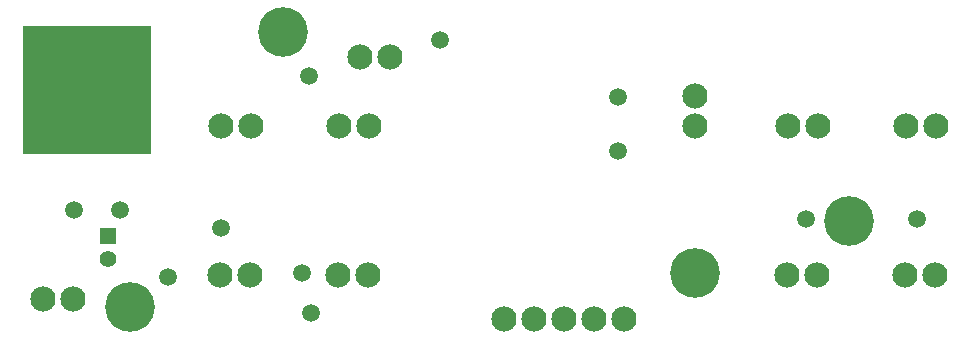
<source format=gbs>
G04 EAGLE Gerber RS-274X export*
G75*
%MOMM*%
%FSLAX34Y34*%
%LPD*%
%INSoldermask Bottom*%
%IPPOS*%
%AMOC8*
5,1,8,0,0,1.08239X$1,22.5*%
G01*
%ADD10C,4.203200*%
%ADD11C,2.133600*%
%ADD12C,1.411200*%
%ADD13R,10.803200X10.803200*%
%ADD14R,1.411200X1.411200*%
%ADD15C,1.503200*%


D10*
X230485Y260697D03*
X101173Y28209D03*
X709919Y100947D03*
X579891Y57197D03*
D11*
X177430Y55440D03*
X202830Y55440D03*
X277390Y55450D03*
X302790Y55450D03*
X295660Y239540D03*
X321060Y239540D03*
X27360Y35220D03*
X52760Y35220D03*
X579920Y181480D03*
X579920Y206880D03*
X417680Y18000D03*
X443080Y18000D03*
X468480Y18000D03*
X493880Y18000D03*
X519280Y18000D03*
X177890Y181170D03*
X203290Y181170D03*
X277850Y181180D03*
X303250Y181180D03*
X657430Y55440D03*
X682830Y55440D03*
X757390Y55450D03*
X782790Y55450D03*
X657890Y181170D03*
X683290Y181170D03*
X757850Y181180D03*
X783250Y181180D03*
D12*
X19020Y179130D03*
X19020Y192130D03*
X19020Y205130D03*
X19020Y218130D03*
X19020Y231130D03*
X19020Y244130D03*
X19020Y257130D03*
X32020Y257130D03*
X45020Y257130D03*
X58020Y257130D03*
X71020Y257130D03*
X84020Y257130D03*
X97020Y257130D03*
X110020Y257130D03*
X110020Y244130D03*
X110020Y231130D03*
X110020Y218130D03*
X110020Y205130D03*
X110020Y192130D03*
X110020Y179130D03*
D13*
X64740Y211850D03*
D14*
X82875Y88567D03*
D12*
X82875Y68567D03*
D15*
X53454Y110780D03*
X767454Y103000D03*
X673454Y103000D03*
X178454Y95000D03*
X514454Y206000D03*
X514454Y160000D03*
X363454Y254000D03*
X92454Y110780D03*
X133454Y54000D03*
X254454Y23000D03*
X246454Y57000D03*
X252454Y224000D03*
M02*

</source>
